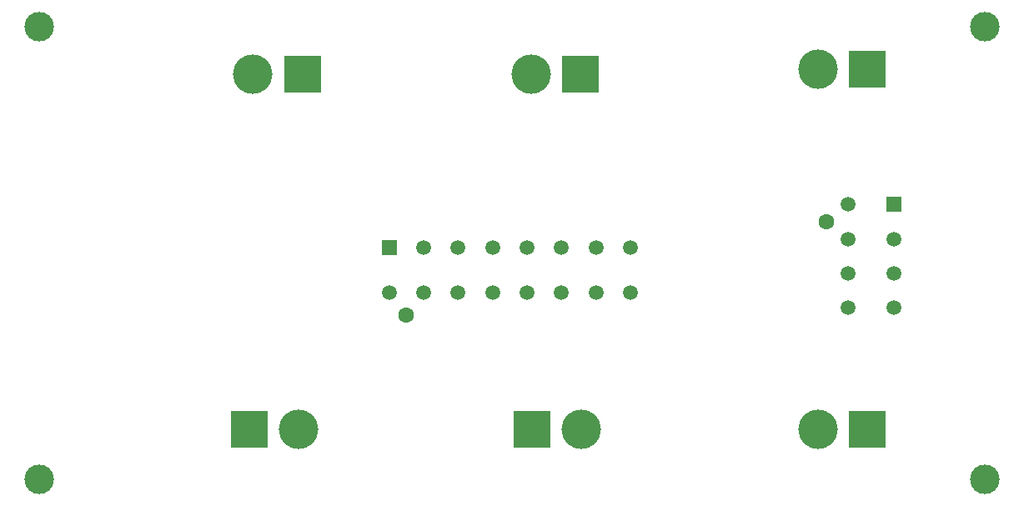
<source format=gbs>
G04 #@! TF.GenerationSoftware,KiCad,Pcbnew,8.0.4*
G04 #@! TF.CreationDate,2025-02-21T00:52:45-06:00*
G04 #@! TF.ProjectId,Turret,54757272-6574-42e6-9b69-6361645f7063,rev?*
G04 #@! TF.SameCoordinates,Original*
G04 #@! TF.FileFunction,Soldermask,Bot*
G04 #@! TF.FilePolarity,Negative*
%FSLAX46Y46*%
G04 Gerber Fmt 4.6, Leading zero omitted, Abs format (unit mm)*
G04 Created by KiCad (PCBNEW 8.0.4) date 2025-02-21 00:52:45*
%MOMM*%
%LPD*%
G01*
G04 APERTURE LIST*
%ADD10C,1.600000*%
%ADD11R,1.520000X1.520000*%
%ADD12C,1.520000*%
%ADD13R,3.800000X3.800000*%
%ADD14C,4.000000*%
%ADD15C,3.000000*%
G04 APERTURE END LIST*
D10*
X124370000Y-57950001D03*
D11*
X131200000Y-56200001D03*
D12*
X131200000Y-59700001D03*
X131200000Y-63200000D03*
X131200000Y-66700001D03*
X126600000Y-56200001D03*
X126600000Y-59700001D03*
X126600000Y-63200001D03*
X126600000Y-66700001D03*
D13*
X71167000Y-42926000D03*
D14*
X66167000Y-42926000D03*
D15*
X44450000Y-38100000D03*
D13*
X128500000Y-42500000D03*
D14*
X123500000Y-42500000D03*
D13*
X99441000Y-42926000D03*
D14*
X94441000Y-42926000D03*
D15*
X140450000Y-38100000D03*
X140450000Y-84100000D03*
D13*
X128500000Y-79000000D03*
D14*
X123500000Y-79000000D03*
D10*
X81745000Y-67409000D03*
D11*
X79995000Y-60579000D03*
D12*
X83495000Y-60579000D03*
X86995000Y-60579000D03*
X90495000Y-60579000D03*
X93995000Y-60579000D03*
X97495000Y-60579000D03*
X100995000Y-60579000D03*
X104495000Y-60579000D03*
X79995000Y-65179000D03*
X83495000Y-65179000D03*
X86995000Y-65179000D03*
X90495000Y-65179000D03*
X93995000Y-65179000D03*
X97495000Y-65179000D03*
X100995000Y-65179000D03*
X104495000Y-65179000D03*
D13*
X65750000Y-78994000D03*
D14*
X70750000Y-78994000D03*
D13*
X94500000Y-78994000D03*
D14*
X99500000Y-78994000D03*
D15*
X44450000Y-84100000D03*
M02*

</source>
